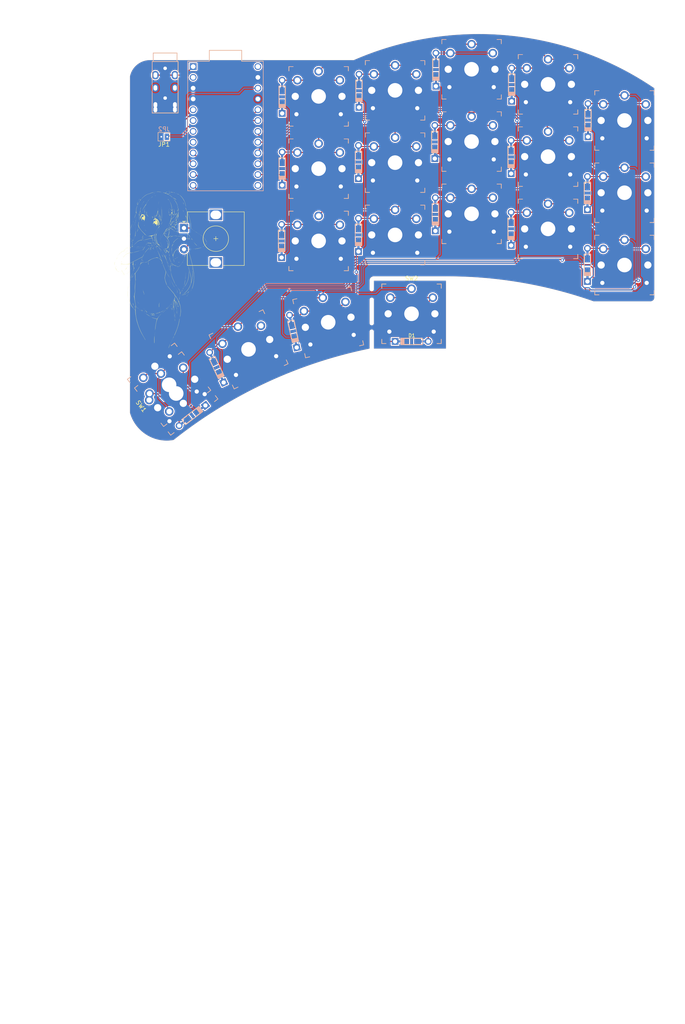
<source format=kicad_pcb>
(kicad_pcb (version 20221018) (generator pcbnew)
  (layers (0 "F.Cu" signal) (31 "B.Cu" signal) (34 "B.Paste" user) (35 "F.Paste" user) (36 "B.SilkS" user "B.Silkscreen") (37 "F.SilkS" user "F.Silkscreen") (38 "B.Mask" user) (39 "F.Mask" user) (44 "Edge.Cuts" user))
  (net 0 "")
  (net 1 "/Col1")
  (net 2 "Net-(D7-Pad2)")
  (net 3 "Net-(D8-Pad2)")
  (net 4 "Net-(D9-Pad2)")
  (net 5 "Net-(D10-Pad2)")
  (net 6 "/Col2")
  (net 7 "Net-(D12-Pad2)")
  (net 8 "Net-(D13-Pad2)")
  (net 9 "Net-(D14-Pad2)")
  (net 10 "Net-(D15-Pad2)")
  (net 11 "/Col3")
  (net 12 "Net-(D17-Pad2)")
  (net 13 "Net-(D18-Pad2)")
  (net 14 "Net-(D19-Pad2)")
  (net 15 "Net-(D20-Pad2)")
  (net 16 "/Col4")
  (net 17 "Net-(D22-Pad2)")
  (net 18 "Net-(D23-Pad2)")
  (net 19 "Net-(D24-Pad2)")
  (net 20 "/Col5")
  (net 21 "Net-(D26-Pad2)")
  (net 22 "Net-(D27-Pad2)")
  (net 23 "Net-(D28-Pad2)")
  (net 24 "/Row1")
  (net 25 "/Row2")
  (net 26 "/Row3")
  (net 27 "/Row4")
  (net 28 "/Serial")
  (net 29 "VCC")
  (net 30 "GND")
  (net 31 "/RotB")
  (net 32 "/RotA")
  (net 33 "Net-(D1-Pad2)")
  (net 34 "Net-(JP1-Pad1)")
  (footprint "Keebio-Parts:Diode-dual" (layer "F.Cu") (at 225.407 62.260328 -90)
    (fp_text reference "D7" hide)
    (fp_text value "1N4148" hide)
  )
  (footprint "Keebio-Parts:Diode-dual" (layer "F.Cu") (at 225.28 79.405328 -90)
    (fp_text reference "D8" hide)
    (fp_text value "1N4148" hide)
  )
  (footprint "Keebio-Parts:Diode-dual" (layer "F.Cu") (at 225.28 96.296328 -90)
    (fp_text reference "D9" hide)
    (fp_text value "1N4148" hide)
  )
  (footprint "Keebio-Parts:Diode-dual" (layer "F.Cu") (at 156 111.916614 -77.5)
    (fp_text reference "D10" hide)
    (fp_text value "1N4148" hide)
  )
  (footprint "Keebio-Parts:Diode-dual" (layer "F.Cu") (at 207.441 53.906998 -90)
    (fp_text reference "D12" hide)
    (fp_text value "1N4148" hide)
  )
  (footprint "Keebio-Parts:Diode-dual" (layer "F.Cu") (at 207.314 70.924998 -90)
    (fp_text reference "D13" hide)
    (fp_text value "1N4148" hide)
  )
  (footprint "Keebio-Parts:Diode-dual" (layer "F.Cu") (at 207.314 87.815998 -90)
    (fp_text reference "D14" hide)
    (fp_text value "1N4148" hide)
  )
  (footprint "Keebio-Parts:Diode-dual" (layer "F.Cu") (at 138 120.41661 -65)
    (fp_text reference "D15" hide)
    (fp_text value "1N4148" hide)
  )
  (footprint "Keebio-Parts:Diode-dual" (layer "F.Cu") (at 189.602 50.370664 -90)
    (fp_text reference "D17" hide)
    (fp_text value "1N4148" hide)
  )
  (footprint "Keebio-Parts:Diode-dual" (layer "F.Cu") (at 189.348 67.388664 -90)
    (fp_text reference "D18" hide)
    (fp_text value "1N4148" hide)
  )
  (footprint "Keebio-Parts:Diode-dual" (layer "F.Cu") (at 189.475 84.406664 -90)
    (fp_text reference "D19" hide)
    (fp_text value "1N4148" hide)
  )
  (footprint "Keebio-Parts:Diode-dual" (layer "F.Cu") (at 132.2578 131.7244 37.5)
    (fp_text reference "D20" hide)
    (fp_text value "1N4148" hide)
  )
  (footprint "Keebio-Parts:Diode-dual" (layer "F.Cu") (at 171.509 55.34333 -90)
    (fp_text reference "D22" hide)
    (fp_text value "1N4148" hide)
  )
  (footprint "Keebio-Parts:Diode-dual" (layer "F.Cu") (at 171.382 72.10733 -90)
    (fp_text reference "D23" hide)
    (fp_text value "1N4148" hide)
  )
  (footprint "Keebio-Parts:Diode-dual" (layer "F.Cu") (at 171.382 89.25233 -90)
    (fp_text reference "D24" hide)
    (fp_text value "1N4148" hide)
  )
  (footprint "Keebio-Parts:Diode-dual" (layer "F.Cu") (at 153.416 56.769 -90)
    (fp_text reference "D26" hide)
    (fp_text value "1N4148" hide)
  )
  (footprint "Keebio-Parts:Diode-dual" (layer "F.Cu") (at 153.416 73.66 -90)
    (fp_text reference "D27" hide)
    (fp_text value "1N4148" hide)
  )
  (footprint "Keebio-Parts:TRRS-PJ-320A" (layer "F.Cu") (at 125.87 48.46898)
    (fp_text reference "J1" hide)
    (fp_text value "AudioJack4" hide)
  )
  (footprint "keyswitches:PG1350_reversible" (layer "F.Cu") (at 234 79.333328 180)
    (fp_text reference "SW8" hide)
    (fp_text value "SW_PUSH")
  )
  (footprint "keyswitches:PG1350_reversible" (layer "F.Cu") (at 234 96.333328 180)
    (fp_text reference "SW9" hide)
    (fp_text value "SW_PUSH")
  )
  (footprint "keyswitches:PG1350_reversible" (layer "F.Cu") (at 216 70.833332 180)
    (fp_text reference "SW13" hide)
    (fp_text value "SW_PUSH")
  )
  (footprint "keyswitches:PG1350_reversible" (layer "F.Cu") (at 216 87.833332 180)
    (fp_text reference "SW14" hide)
    (fp_text value "SW_PUSH")
  )
  (footprint "keyswitches:PG1350_reversible" (layer "F.Cu") (at 145.5 116.166612 -155)
    (fp_text reference "SW15" hide)
    (fp_text value "SW_PUSH")
  )
  (footprint "keyswitches:PG1350_reversible" (layer "F.Cu") (at 128.4732 126.5428 -142.5)
    (fp_text reference "SW20" hide)
    (fp_text value "SW_PUSH")
  )
  (footprint "keyswitches:PG1350_reversible" (layer "F.Cu") (at 180 55.249998 180)
    (fp_text reference "SW22" hide)
    (fp_text value "SW_PUSH")
  )
  (footprint "keyswitches:PG1350_reversible" (layer "F.Cu") (at 180 72.249998 180)
    (fp_text reference "SW23" hide)
    (fp_text value "SW_PUSH")
  )
  (footprint "keyswitches:PG1350_reversible" (layer "F.Cu") (at 180 89.249998 180)
    (fp_text reference "SW24" hide)
    (fp_text value "SW_PUSH")
  )
  (footprint "keyswitches:PG1350_reversible" (layer "F.Cu") (at 162 56.666664 180)
    (fp_text reference "SW26" hide)
    (fp_text value "SW_PUSH")
  )
  (footprint "keyswitches:PG1350_reversible" (layer "F.Cu") (at 162 73.666664 180)
    (fp_text reference "SW27" hide)
    (fp_text value "SW_PUSH")
  )
  (footprint "keyswitches:PG1350_reversible" (layer "F.Cu") (at 162 90.666664 180)
    (fp_text reference "SW28" hide)
    (fp_text value "SW_PUSH")
  )
  (footprint "promicro:ProMicro" (layer "F.Cu") (at 140.081 63.627 -90)
    (fp_text reference "U1" hide)
    (fp_text value "ProMicro")
  )
  (footprint "keyswitches:PG1350_reversible" (layer "F.Cu") (at 234 62.333328 180)
    (fp_text reference "SW7" hide)
    (fp_text value "SW_PUSH")
  )
  (footprint "keyswitches:PG1350_reversible" (layer "F.Cu") (at 216 53.833332 180)
    (fp_text reference "SW12" hide)
    (fp_text value "SW_PUSH")
  )
  (footprint "Keebio-Parts:Diode-dual" (layer "F.Cu") (at 153.289 90.678 -90)
    (fp_text reference "D28" hide)
    (fp_text value "1N4148" hide)
  )
  (footprint "keyswitches:PG1350_reversible" (layer "F.Cu") (at 198 50.291667 180)
    (fp_text reference "SW17" hide)
    (fp_text value "SW_PUSH")
  )
  (footprint "keyswitches:PG1350_reversible" (layer "F.Cu") (at 198 84.291667 180)
    (fp_text reference "SW19" hide)
    (fp_text value "SW_PUSH")
  )
  (footprint "keyswitches:PG1350_reversible" (layer "F.Cu") (at 198 67.291667 180)
    (fp_text reference "SW18" hide)
    (fp_text value "SW_PUSH")
  )
  (footprint "keyswitches:PG1350_reversible" (layer "F.Cu") (at 164.25 109.791615 -167.5)
    (fp_text reference "SW10" hide)
    (fp_text value "SW_PUSH")
  )
  (footprint "keyswitches:PG1350_reversible" (layer "F.Cu") (at 183.868 107.799 180)
    (fp_text reference "SW2")
    (fp_text value "SW_PUSH")
  )
  (footprint "Jumper:SolderJumper-2_P1.3mm_Open_Pad1.0x1.5mm" (layer "F.Cu") (at 125.603 66.167 180)
    (fp_text reference "JP1")
    (fp_text value "JUMPER-PAD-2-NO")
  )
  (footprint "Keebio-Parts:Diode-dual" (layer "F.Cu") (at 183.896 114.3 180)
    (fp_text reference "D1")
    (fp_text value "1N4148" hide)
  )
  (footprint "keyswitches:PG1350_reversible" (layer "F.Cu") (at 126.8 124.5 -52.5)
    (fp_text reference "SW1")
    (fp_text value "SW_PUSH")
  )
  (footprint "Anime_Lib:anime_girl_vertical_2" (layer "F.Cu") (at 124.46 96.52 -20)
    (fp_text reference "")
    (fp_text value "" hide)
  )
  (footprint "Rotary_Encoder:RotaryEncoder_Alps_EC12E_Vertical_H20mm" (layer "F.Cu") (at 130.302 87.63)
    (fp_text reference "EN_1" hide)
    (fp_text value "Rotary_Encoder")
  )
  (footprint "Keebio-Parts:TRRS-PJ-320A" (layer "B.Cu") (at 125.87 48.46898 180)
    (fp_text reference "J2")
    (fp_text value "AudioJack4")
  )
  (footprint "Jumper:SolderJumper-2_P1.3mm_Open_Pad1.0x1.5mm" (layer "B.Cu") (at 125.603 66.167 180)
    (fp_text reference "JP2")
    (fp_text value "JUMPER-PAD-2-NO")
  )
  (gr_line (start 122.4026 48.133) (end 170.2562 48.133) (stroke (width 0.05)) (layer "Edge.Cuts"))
  (gr_line (start 241.0272 103.9622) (end 241.0272 54.737) (stroke (width 0.05)) (layer "Edge.Cuts"))
  (gr_line (start 175 112) (end 175 115.5) (stroke (width 0.05)) (layer "Edge.Cuts"))
  (gr_line (start 175 104.5) (end 175 110) (stroke (width 0.05)) (layer "Edge.Cuts"))
  (gr_arc (start 241.0272 103.9622) (mid 240.759378 104.608778) (end 240.1128 104.8766) (stroke (width 0.05)) (layer "Edge.Cuts"))
  (gr_arc (start 170.2562 48.133) (mid 206.492601 42.316415) (end 241.0272 54.737) (stroke (width 0.05)) (layer "Edge.Cuts"))
  (gr_arc (start 174 112) (mid 174.5 111.5) (end 175 112) (stroke (width 0.05)) (layer "Edge.Cuts"))
  (gr_arc (start 174 100) (mid 174.292893 99.292893) (end 175 99) (stroke (width 0.05)) (layer "Edge.Cuts"))
  (gr_line (start 174 102) (end 174 100) (stroke (width 0.05)) (layer "Edge.Cuts"))
  (gr_line (start 192 116) (end 192 114) (stroke (width 0.05)) (layer "Edge.Cuts"))
  (gr_arc (start 175 110) (mid 174.5 110.5) (end 174 110) (stroke (width 0.05)) (layer "Edge.Cuts"))
  (gr_arc (start 175 102) (mid 174.5 102.5) (end 174 102) (stroke (width 0.05)) (layer "Edge.Cuts"))
  (gr_line (start 175 115.5) (end 175 116) (stroke (width 0.05)) (layer "Edge.Cuts"))
  (gr_line (start 192 114) (end 192 100) (stroke (width 0.05)) (layer "Edge.Cuts"))
  (gr_arc (start 191.5 99) (mid 209.364136 100.41638) (end 226.7204 104.8766) (stroke (width 0.05)) (layer "Edge.Cuts"))
  (gr_line (start 240.1128 104.8766) (end 226.7204 104.8766) (stroke (width 0.05)) (layer "Edge.Cuts"))
  (gr_line (start 174 116) (end 174 112) (stroke (width 0.05)) (layer "Edge.Cuts"))
  (gr_line (start 192 100) (end 175 100) (stroke (width 0.05)) (layer "Edge.Cuts"))
  (gr_arc (start 127.8636 137.4902) (mid 121.475942 136.268493) (end 117.5762 131.064) (stroke (width 0.05)) (layer "Edge.Cuts"))
  (gr_line (start 117.5762 52) (end 117.5762 120.8024) (stroke (width 0.05)) (layer "Edge.Cuts"))
  (gr_line (start 175 100) (end 175 102) (stroke (width 0.05)) (layer "Edge.Cuts"))
  (gr_line (start 174 104.5) (end 174 110) (stroke (width 0.05)) (layer "Edge.Cuts"))
  (gr_line (start 175 99) (end 191.5 99) (stroke (width 0.05)) (layer "Edge.Cuts"))
  (gr_line (start 117.5762 120.8024) (end 117.5762 131.064) (stroke (width 0.05)) (layer "Edge.Cuts"))
  (gr_arc (start 127.8636 137.4902) (mid 149.663717 124.022707) (end 174 116) (stroke (width 0.05)) (layer "Edge.Cuts"))
  (gr_arc (start 174 104.5) (mid 174.5 104) (end 175 104.5) (stroke (width 0.05)) (layer "Edge.Cuts"))
  (gr_arc (start 117.576199 52) (mid 119.284797 49.187086) (end 122.4026 48.133) (stroke (width 0.05)) (layer "Edge.Cuts"))
  (gr_line (start 175 116) (end 192 116) (stroke (width 0.05)) (layer "Edge.Cuts"))
  (segment (start 153.41177 64.897692) (end 151.321982 66.98748) (width 0.25) (layer "F.Cu") (net 1))
  (segment (start 209.423 62.103) (end 206.813136 59.493136) (width 0.25) (layer "F.Cu") (net 1))
  (segment (start 149.15648 66.98748) (end 147.701 65.532) (width 0.25) (layer "F.Cu") (net 1))
  (segment (start 222.758718 62.103) (end 209.423 62.103) (width 0.25) (layer "F.Cu") (net 1))
  (segment (start 147.701 65.532) (end 147.701 64.897) (width 0.25) (layer "F.Cu") (net 1))
  (segment (start 189.045864 59.493136) (end 187.579 60.96) (width 0.25) (layer "F.Cu") (net 1))
  (segment (start 224.316046 63.660328) (end 222.758718 62.103) (width 0.25) (layer "F.Cu") (net 1))
  (segment (start 170.30841 60.96) (end 168.9694 62.29901) (width 0.25) (layer "F.Cu") (net 1))
  (segment (start 168.9694 62.29901) (end 156.00976 62.29901) (width 0.25) (layer "F.Cu") (net 1))
  (segment (start 225.407 63.660328) (end 224.316046 63.660328) (width 0.25) (layer "F.Cu") (net 1))
  (segment (start 151.321982 66.98748) (end 149.15648 66.98748) (width 0.25) (layer "F.Cu") (net 1))
  (segment (start 206.813136 59.493136) (end 189.045864 59.493136) (width 0.25) (layer "F.Cu") (net 1))
  (segment (start 187.579 60.96) (end 170.30841 60.96) (width 0.25) (layer "F.Cu") (net 1))
  (segment (start 156.00976 62.29901) (end 153.41177 64.897) (width 0.25) (layer "F.Cu") (net 1))
  (segment (start 153.41177 64.897) (end 153.41177 64.897692) (width 0.25) (layer "F.Cu") (net 1))
  (segment (start 173.59728 95.90272) (end 172.5 97) (width 0.25) (layer "B.Cu") (net 1))
  (segment (start 226.695 81.890328) (end 225.28 83.305328) (width 0.25) (layer "B.Cu") (net 1))
  (segment (start 153.5 104) (end 153.5 112.5) (width 0.25) (layer "B.Cu") (net 1))
  (segment (start 172.5 97) (end 172.5 100.635717) (width 0.25) (layer "B.Cu") (net 1))
  (segment (start 225.407 64.760328) (end 226.050328 64.760328) (width 0.25) (layer "B.Cu") (net 1))
  (segment (start 224.2566 95.9612) (end 224.2566 95.0722) (width 0.25) (layer "B.Cu") (net 1))
  (segment (start 157.324946 116.205) (end 156.844114 115.724168) (width 0.25) (layer "B.Cu") (net 1))
  (segment (start 226.695 98.781328) (end 225.28 100.196328) (width 0.25) (layer "B.Cu") (net 1))
  (segment (start 208.085198 95.90272) (end 173.59728 95.90272) (width 0.25) (layer "B.Cu") (net 1))
  (segment (start 154.283428 113.283428) (end 156.303015 113.283428) (width 0.25) (layer "B.Cu") (net 1))
  (segment (start 226.695 93.853) (end 226.695 95.53035) (width 0.25) (layer "B.Cu") (net 1))
  (segment (start 209.550718 94.4372) (end 208.085198 95.90272) (width 0.25) (layer "B.Cu") (net 1))
  (segment (start 224.663 96.3676) (end 224.2566 95.9612) (width 0.25) (layer "B.Cu") (net 1))
  (segment (start 226.695 80.518) (end 226.695 81.890328) (width 0.25) (layer "B.Cu") (net 1))
  (segment (start 171.135717 102) (end 155.5 102) (width 0.25) (layer "B.Cu") (net 1))
  (segment (start 226.695 93.853) (end 226.695 98.781328) (width 0.25) (layer "B.Cu") (net 1))
  (segment (start 226.695 80.518) (end 226.695 93.853) (width 0.25) (layer "B.Cu") (net 1))
  (segment (start 224.2566 95.0722) (end 223.6216 94.4372) (width 0.25) (layer "B.Cu") (net 1))
  (segment (start 153.5 112.5) (end 154.283428 113.283428) (width 0.25) (layer "B.Cu") (net 1))
  (segment (start 226.695 95.53035) (end 225.85775 96.3676) (width 0.25) (layer "B.Cu") (net 1))
  (segment (start 223.6216 94.4372) (end 209.550718 94.4372) (width 0.25) (layer "B.Cu") (net 1))
  (segment (start 225.85775 96.3676) (end 224.663 96.3676) (width 0.25) (layer "B.Cu") (net 1))
  (segment (start 226.695 65.405) (end 226.695 80.518) (width 0.25) (layer "B.Cu") (net 1))
  (segment (start 155.5 102) (end 153.5 104) (width 0.25) (layer "B.Cu") (net 1))
  (segment (start 172.5 100.635717) (end 171.135717 102) (width 0.25) (layer "B.Cu") (net 1))
  (segment (start 226.050328 64.760328) (end 226.695 65.405) (width 0.25) (layer "B.Cu") (net 1))
  (segment (start 225.407 58.360328) (end 228.827 58.360328) (width 0.25) (layer "F.Cu") (net 2))
  (segment (start 228.827 58.360328) (end 229 58.533328) (width 0.25) (layer "F.Cu") (net 2))
  (segment (start 225.407 58.360328) (end 238.827 58.360328) (width 0.25) (layer "F.Cu") (net 2))
  (segment (start 238.827 58.360328) (end 239 58.533328) (width 0.25) (layer "F.Cu") (net 2))
  (segment (start 239 75.533328) (end 225.308 75.533328) (width 0.25) (layer "F.Cu") (net 3))
  (segment (start 225.308 75.533328) (end 225.28 75.505328) (width 0.25) (layer "F.Cu") (net 3))
  (segment (start 225.28 92.396328) (end 228.863 92.396328) (width 0.25) (layer "F.Cu") (net 4))
  (segment (start 228.863 92.396328) (end 229 92.533328) (width 0.25) (layer "F.Cu") (net 4))
  (segment (start 229 92.533328) (end 239 92.533328) (width 0.25) (layer "F.Cu") (net 4))
  (segment (start 155.155886 108.10906) (end 157.600877 108.10906) (width 0.25) (layer "F.Cu") (net 5))
  (segment (start 157.600877 108.10906) (end 158.546049 107.163888) (width 0.25) (layer "F.Cu") (net 5))
  (segment (start 158.546049 107.163888) (end 166.144614 107.163888) (width 0.25) (layer "F.Cu") (net 5))
  (segment (start 166.144614 107.163888) (end 168.30901 104.999492) (width 0.25) (layer "F.Cu") (net 5))
  (segment (start 189.232754 59.942656) (end 187.765401 61.410009) (width 0.25) (layer "F.Cu") (net 6))
  (segment (start 208.656347 62.361653) (end 208.656347 61.972757) (width 0.25) (layer "F.Cu") (net 6))
  (segment (start 187.765401 61.410009) (end 170.49481 61.41001) (width 0.25) (layer "F.Cu") (net 6))
  (segment (start 151.50818 67.437) (end 147.701 67.437) (width 0.25) (layer "F.Cu") (net 6))
  (segment (start 208.656347 61.972757) (end 206.626246 59.942656) (width 0.25) (layer "F.Cu") (net 6))
  (segment (start 170.49481 61.41001) (end 169.155801 62.749019) (width 0.25) (layer "F.Cu") (net 6))
  (segment (start 169.155801 62.749019) (end 156.19616 62.74902) (width 0.25) (layer "F.Cu") (net 6))
  (segment (start 156.19616 62.74902) (end 151.50818 67.437) (width 0.25) (layer "F.Cu") (net 6))
  (segment (start 206.626246 59.942656) (end 189.232754 59.942656) (width 0.25) (layer "F.Cu") (net 6))
  (via (at 208.656347 62.361653) (size 0.8) (drill 0.4) (layers "F.Cu" "B.Cu") (net 6))
  (segment (start 149.15691 102.1775) (end 148.324005 103.010405) (width 0.25) (layer "B.Cu") (net 6))
  (segment (start 208.788 57.15) (end 208.788 63.329637) (width 0.25) (layer "B.Cu") (net 6))
  (segment (start 138.021511 113.312899) (end 148.324005 103.010405) (width 0.25) (layer "B.Cu") (net 6))
  (segment (start 208.788 94.5642) (end 207.899 95.4532) (width 0.25) (layer "B.Cu") (net 6))
  (segment (start 173.411082 95.4532) (end 172.05048 96.813803) (width 0.25) (layer "B.Cu") (net 6))
  (segment (start 138.021511 115.479415) (end 138.021511 113.312899) (width 0.25) (layer "B.Cu") (net 6))
  (segment (start 139.056546 122.682379) (end 139.056546 116.51445) (width 0.25) (layer "B.Cu") (net 6))
  (segment (start 208.788 89.789) (end 208.788 94.5642) (width 0.25) (layer "B.Cu") (net 6))
  (segment (start 208.788 73.350998) (end 207.314 74.824998) (width 0.25) (layer "B.Cu") (net 6))
  (segment (start 172.05048 96.813803) (end 172.05048 100.44952) (width 0.25) (layer "B.Cu") (net 6))
  (segment (start 208.788 72.517) (end 208.788 89.789) (width 0.25) (layer "B.Cu") (net 6))
  (segment (start 208.788 63.329637) (end 208.788 72.517) (width 0.25) (layer "B.Cu") (net 6))
  (segment (start 149.83441 101.5) (end 148.324005 103.010405) (width 0.25) (layer "B.Cu") (net 6))
  (segment (start 208.044998 56.406998) (end 208.788 57.15) (width 0.25) (layer "B.Cu") (net 6))
  (segment (start 172.05048 100.44952) (end 171 101.5) (width 0.25) (layer "B.Cu") (net 6))
  (segment (start 208.788 72.517) (end 208.788 73.350998) (width 0.25) (layer "B.Cu") (net 6))
  (segment (start 208.788 89.789) (end 208.788 90.043) (width 0.25) (layer "B.Cu") (net 6))
  (segment (start 208.788 90.043) (end 208.788 90.241998) (width 0.25) (layer "B.Cu") (net 6))
  (segment (start 207.441 56.406998) (end 208.044998 56.406998) (width 0.25) (layer "B.Cu") (net 6))
  (segment (start 139.056546 116.51445) (end 138.021511 115.479415) (width 0.25) (layer "B.Cu") (net 6))
  (segment (start 208.788 90.241998) (end 207.314 91.715998) (width 0.25) (layer "B.Cu") (net 6))
  (segment (start 208.788 63.329637) (end 208.788 62.493306) (width 0.25) (layer "B.Cu") (net 6))
  (segment (start 171 101.5) (end 149.83441 101.5) (width 0.25) (layer "B.Cu") (net 6))
  (segment (start 207.899 95.4532) (end 173.411082 95.4532) (width 0.25) (layer "B.Cu") (net 6))
  (segment (start 208.788 62.493306) (end 208.656347 62.361653) (width 0.25) (layer "B.Cu") (net 6))
  (segment (start 220.973666 50.006998) (end 221 50.033332) (width 0.25) (layer "F.Cu") (net 7))
  (segment (start 207.441 50.006998) (end 220.973666 50.006998) (width 0.25) (layer "F.Cu") (net 7))
  (segment (start 207.441 51.406998) (end 207.441 50.006998) (width 0.25) (layer "F.Cu") (net 7))
  (segment (start 211 67.033332) (end 207.322334 67.033332) (width 0.25) (layer "F.Cu") (net 8))
  (segment (start 221 67.033332) (end 211 67.033332) (width 0.25) (layer "F.Cu") (net 8))
  (segment (start 207.322334 67.033332) (end 207.314 67.024998) (width 0.25) (layer "F.Cu") (net 8))
  (segment (start 207.314 85.315998) (end 207.314 83.915998) (width 0.25) (layer "F.Cu") (net 9))
  (segment (start 220.882666 83.915998) (end 221 84.033332) (width 0.25) (layer "F.Cu") (net 9))
  (segment (start 207.314 83.915998) (end 220.882666 83.915998) (width 0.25) (layer "F.Cu") (net 9))
  (segment (start 138.398065 114.835734) (end 139.362512 114.835734) (width 0.25) (layer "F.Cu") (net 10))
  (segment (start 145.215406 113.819735) (end 148.42559 110.609551) (width 0.25) (layer "F.Cu") (net 10))
  (segment (start 140.378511 113.819735) (end 145.215406 113.819735) (width 0.25) (layer "F.Cu") (net 10))
  (segment (start 139.362512 114.835734) (end 140.378511 113.819735) (width 0.25) (layer "F.Cu") (net 10))
  (segment (start 136.351789 116.88201) (end 138.398065 114.835734) (width 0.25) (layer "F.Cu") (net 10))
  (segment (start 151.69507 67.88652) (end 149.13108 67.88652) (width 0.25) (layer "F.Cu") (net 11))
  (segment (start 190.352009 60.392176) (end 189.420336 60.392176) (width 0.25) (layer "F.Cu") (net 11))
  (segment (start 189.420336 60.392176) (end 187.952494 61.860018) (width 0.25) (layer "F.Cu") (net 11))
  (segment (start 148.0566 68.961) (end 148.0566 69.6214) (width 0.25) (layer "F.Cu") (net 11))
  (segment (start 169.083972 63.199028) (end 169.08397 63.19903) (width 0.25) (layer "F.Cu") (net 11))
  (segment (start 148.0566 69.6214) (end 147.701 69.977) (width 0.25) (layer "F.Cu") (net 11))
  (segment (start 169.342202 63.199028) (end 169.083972 63.199028) (width 0.25) (layer "F.Cu") (net 11))
  (segment (start 190.627 60.667167) (end 190.352009 60.392176) (width 0.25) (layer "F.Cu") (net 11))
  (segment (start 156.38256 63.19903) (end 151.69507 67.88652) (width 0.25) (layer "F.Cu") (net 11))
  (segment (start 170.681212 61.860018) (end 169.342202 63.199028) (width 0.25) (layer "F.Cu") (net 11))
  (segment (start 149.13108 67.88652) (end 148.0566 68.961) (width 0.25) (layer "F.Cu") (net 11))
  (segment (start 169.08397 63.19903) (end 156.38256 63.19903) (width 0.25) (layer "F.Cu") (net 11))
  (segment (start 187.952494 61.860018) (end 170.681212 61.860018) (width 0.25) (layer "F.Cu") (net 11))
  (via (at 190.627 60.667167) (size 0.8) (drill 0.4) (layers "F.Cu" "B.Cu") (net 11))
  (segment (start 148.599 102.099) (end 149.698 101) (width 0.25) (layer "B.Cu") (net 11))
  (segment (start 148.971 101.727) (end 148.599 102.099) (width 0.25) (layer "B.Cu") (net 11))
  (segment (start 170.864282 101) (end 171.60096 100.263322) (width 0.25) (layer "B.Cu") (net 11))
  (segment (start 149.698 101) (end 170.864282 101) (width 0.25) (layer "B.Cu") (net 11))
  (segment (start 190.627 71.167664) (end 189.348 69.888664) (width 0.25) (layer "B.Cu") (net 11))
  (segment (start 148.599 102.099) (end 131.6 119.098) (width 0.25) (layer "B.Cu") (net 11))
  (segment (start 190.287664 54.270664) (end 190.627 54.61) (width 0.25) (layer "B.Cu") (net 11))
  (segment (start 190.627 59.817) (end 190.627 71.628) (width 0.25) (layer "B.Cu") (net 11))
  (segment (start 171.60096 100.263322) (end 171.60096 96.627605) (width 0.25) (layer "B.Cu") (net 11))
  (segment (start 131.6 122.5) (end 131.4704 122.6296) (width 0.25) (layer "B.Cu") (net 11))
  (segment (start 190.627 54.61) (end 190.627 59.817) (width 0.25) (layer "B.Cu") (net 11))
  (segment (start 190.627 87.154664) (end 189.475 88.306664) (width 0.25) (layer "B.Cu") (net 11))
  (segment (start 173.228565 95) (end 189.5 95) (width 0.25) (layer "B.Cu") (net 11))
  (segment (start 131.4704 122.6296) (end 131.4704 128.974039) (width 0.25) (layer "B.Cu") (net 11))
  (segment (start 189.602 54.270664) (end 190.287664 54.270664) (width 0.25) (layer "B.Cu") (net 11))
  (segment (start 190.627 71.628) (end 190.627 87.154664) (width 0.25) (layer "B.Cu") (net 11))
  (segment (start 171.60096 96.627605) (end 173.228565 95) (width 0.25) (layer "B.Cu") (net 11))
  (segment (start 190.627 71.628) (end 190.627 71.167664) (width 0.25) (layer "B.Cu") (net 11))
  (segment (start 131.4704 128.974039) (end 133.368495 130.872134) (width 0.25) (layer "B.Cu") (net 11))
  (segment (start 190.627 93.873) (end 190.627 87.154664) (width 0.25) (layer "B.Cu") (net 11))
  (segment (start 189.5 95) (end 190.627 93.873) (width 0.25) (layer "B.Cu") (net 11))
  (segment (start 131.6 119.098) (end 131.6 122.5) (width 0.25) (layer "B.Cu") (net 11))
  (segment (start 192.978997 46.470664) (end 193 46.491667) (width 0.25) (layer "F.Cu") (net 12))
  (segment (start 192.978997 46.470664) (end 193 46.491667) (width 0.25) (layer "B.Cu") (net 12))
  (segment (start 193 46.491667) (end 203 46.491667) (width 0.25) (layer "B.Cu") (net 12))
  (segment (start 189.602 46.470664) (end 192.978997 46.470664) (width 0.25) (layer "B.Cu") (net 12))
  (segment (start 192.996997 63.488664) (end 193 63.491667) (width 0.25) (layer "F.Cu") (net 13))
  (segment (start 189.348 63.488664) (end 192.996997 63.488664) (width 0.25) (layer "F.Cu") (net 13))
  (segment (start 203 63.491667) (end 193 63.491667) (width 0.25) (layer "F.Cu") (net 13))
  (segment (start 189.475 80.506664) (end 202.985003 80.506664) (width 0.25) (layer "F.Cu") (net 14))
  (segment (start 202.985003 80.506664) (end 203 80.491667) (width 0.25) (layer "F.Cu") (net 14))
  (segment (start 124.031864 126.571864) (end 125.66 128.2) (width 0.25) (layer "F.Cu") (net 15))
  (segment (start 129.163722 131.063722) (end 129.163722 134.09857) (width 0.25) (layer "F.Cu") (net 15))
  (segment (start 131.147105 130.252895) (end 131.147105 132.576666) (width 0.25) (layer "F.Cu") (net 15))
  (segment (start 132.3 126.1) (end 132.3 129.1) (width 0.25) (layer "F.Cu") (net 15))
  (segment (start 122.19314 126.571864) (end 124.031864 126.571864) (width 0.25) (layer "F.Cu") (net 15))
  (segment (start 130.126673 120.48425) (end 130.126673 123.926673) (width 0.25) (layer "F.Cu") (net 15))
  (segment (start 130.126673 123.926673) (end 132.3 126.1) (width 0.25) (layer "F.Cu") (net 15))
  (segment (start 122.19314 128.017767) (end 122.119215 128.091692) (width 0.25) (layer "F.Cu") (net 15))
  (segment (start 121.426488 126.571864) (end 122.19314 126.571864) (width 0.25) (layer "F.Cu") (net 15))
  (segment (start 122.19314 126.571864) (end 122.19314 128.017767) (width 0.25) (layer "F.Cu") (net 15))
  (segment (start 132.3 129.1) (end 131.147105 130.252895) (width 0.25) (layer "F.Cu") (net 15))
  (segment (start 126.3 128.2) (end 129.163722 131.063722) (width 0.25) (layer "F.Cu") (net 15))
  (segment (start 125.66 128.2) (end 126.3 128.2) (width 0.25) (layer "F.Cu") (net 15))
  (segment (start 171 109) (end 173 111) (width 0.25) (layer "F.Cu") (net 16))
  (segment (start 173 111) (end 175.5 111) (width 0.25) (layer "F.Cu") (net 16))
  (segment (start 148.971359 68.681959) (end 148.971359 71.246641) (width 0.25) (layer "F.Cu") (net 16))
  (segment (start 170.867612 62.310028) (end 172.546028 62.310028) (width 0.25) (layer "F.Cu") (net 16))
  (segment (start 148.971359 71.246641) (end 147.701 72.517) (width 0.25) (layer "F.Cu") (net 16))
  (segment (start 149.301918 68.3514) (end 148.971359 68.681959) (width 0.25) (layer "F.Cu") (net 16))
  (segment (start 172.546028 62.310028) (end 172.847 62.611) (width 0.25) (layer "F.Cu") (net 16))
  (segment (start 170.87646 98) (end 171 98.12354) (width 0.25) (layer "F.Cu") (net 16))
  (segment (start 169.5286 63.64904) (end 170.867612 62.310028) (width 0.25) (layer "F.Cu") (net 16))
  (segment (start 171 98.12354) (end 171 109) (width 0.25) (layer "F.Cu") (net 16))
  (segment (start 168.04304 63.64904) (end 169.291 63.64904) (width 0.25) (layer "F.Cu") (net 16))
  (segment (start 168.04304 63.64904) (end 169.5286 63.64904) (width 0.25) (layer "F.Cu") (net 16))
  (segment (start 169.291 63.64904) (end 169.44004 63.64904) (width 0.25) (layer "F.Cu") (net 16))
  (segment (start 175.5 111) (end 178.8 114.3) (width 0.25) (layer "F.Cu") (net 16))
  (segment (start 156.56896 63.64904) (end 151.8666 68.3514) (width 0.25) (layer "F.Cu") (net 16))
  (segment (start 151.8666 68.3514) (end 149.301918 68.3514) (width 0.25) (layer "F.Cu") (net 16))
  (segment (start 178.8 114.3) (end 179.996 114.3) (width 0.25) (layer "F.Cu") (net 16))
  (segment (start 168.04304 63.64904) (end 156.56896 63.64904) (width 0.25) (layer "F.Cu") (net 16))
  (via (at 170.87646 98) (size 0.8) (drill 0.4) (layers "F.Cu" "B.Cu") (net 16))
  (via (at 172.847 62.611) (size 0.8) (drill 0.4) (layers "F.Cu" "B.Cu") (net 16))
  (segment (start 172.847 62.611) (end 172.847 64.262) (width 0.25) (layer "B.Cu") (net 16))
  (segment (start 172.847 91.68733) (end 171.382 93.15233) (width 0.25) (layer "B.Cu") (net 16))
  (segment (start 171.34767 93.15233) (end 170.87646 93.62354) (width 0.25) (layer "B.Cu") (net 16))
  (segment (start 170.87646 93.62354) (end 170.87646 98) (width 0.25) (layer "B.Cu") (net 16))
  (segment (start 172.847 74.54233) (end 172.847 91.68733) (width 0.25) (layer "B.Cu") (net 16))
  (segment (start 172.847 64.262) (end 172.847 74.54233) (width 0.25) (layer "B.Cu") (net 16))
  (segment (start 172.847 58.293) (end 172.847 62.611) (width 0.25) (layer "B.Cu") (net 16))
  (segment (start 172.847 74.54233) (end 171.382 76.00733) (width 0.25) (layer "B.Cu") (net 16))
  (segment (start 172.39733 57.84333) (end 172.847 58.293) (width 0.25) (layer "B.Cu") (net 16))
  (segment (start 171.382 93.15233) (end 171.34767 93.15233) (width 0.25) (layer "B.Cu") (net 16))
  (segment (start 171.509 57.84333) (end 172.39733 57.84333) (width 0.25) (layer "B.Cu") (net 16))
  (segment (start 171.509 51.44333) (end 184.993332 51.44333) (width 0.25) (layer "F.Cu") (net 17))
  (segment (start 184.993332 51.44333) (end 185 51.449998) (width 0.25) (layer "F.Cu") (net 17))
  (segment (start 185 68.449998) (end 175 68.449998) (width 0.25) (layer "F.Cu") (net 18))
  (segment (start 171.624668 68.449998) (end 171.382 68.20733) (width 0.25) (layer "F.Cu") (net 18))
  (segment (start 175 68.449998) (end 171.624668 68.449998) (width 0.25) (layer "F.Cu") (net 18))
  (segment (start 184.902332 85.35233) (end 185 85.449998) (width 0.25) (layer "F.Cu") (net 19))
  (segment (start 171.382 85.35233) (end 184.902332 85.35233) (width 0.25) (layer "F.Cu") (net 19))
  (segment (start 147.701 75.057) (end 153.413 75.057) (width 0.25) (layer "F.Cu") (net 20))
  (segment (start 153.413 75.057) (end 153.416 75.06) (width 0.25) (layer "F.Cu") (net 20))
  (segment (start 153.416 59.269) (end 154.265 59.269) (width 0.25) (layer "B.Cu") (net 20))
  (segment (start 154.813 93.054) (end 153.289 94.578) (width 0.25) (layer "B.Cu") (net 20))
  (segment (start 154.813 76.835) (end 154.813 76.457) (width 0.25) (layer "B.Cu") (net 20))
  (segment (start 154.265 59.269) (end 154.813 59.817) (width 0.25) (layer "B.Cu") (net 20))
  (segment (start 154.813 76.457) (end 153.416 75.06) (width 0.25) (layer "B.Cu") (net 20))
  (segment (start 154.813 76.835) (end 154.813 93.054) (width 0.25) (layer "B.Cu") (net 20))
  (segment (start 154.813 59.817) (end 154.813 76.835) (width 0.25) (layer "B.Cu") (net 20))
  (segment (start 157 52.866664) (end 167 52.866664) (width 0.25) (layer "F.Cu") (net 21))
  (segment (start 153.416 52.869) (end 156.997664 52.869) (width 0.25) (layer "F.Cu") (net 21))
  (segment (start 156.997664 52.869) (end 157 52.866664) (width 0.25) (layer "F.Cu") (net 21))
  (segment (start 157 69.866664) (end 167 69.866664) (width 0.25) (layer "F.Cu") (net 22))
  (segment (start 156.893336 69.76) (end 157 69.866664) (width 0.25) (layer "F.Cu") (net 22))
  (segment (start 153.416 69.76) (end 156.893336 69.76) (width 0.25) (layer "F.Cu") (net 22))
  (segment (start 153.416 71.16) (end 153.416 69.76) (width 0.25) (layer "F.Cu") (net 22))
  (segment (start 166.911336 86.778) (end 167 86.866664) (width 0.25) (layer "F.Cu") (net 23))
  (segment (start 153.289 86.778) (end 166.911336 86.778) (width 0.25) (layer "F.Cu") (net 23))
  (segment (start 190.456686 50.165) (end 190.9064 49.715286) (width 0.25) (layer "F.Cu") (net 24))
  (segment (start 223.393 48.8188) (end 223.393 55.7784) (width 0.25) (layer "F.Cu") (net 24))
  (segment (start 169.252909 99.475655) (end 169.252909 96.475656) (width 0.25) (layer "F.Cu") (net 24))
  (segment (start 198 44.391667) (end 204.868867 44.391667) (width 0.25) (layer "F.Cu") (net 24))
  (segment (start 135.5 100.82028) (end 167.892924 100.82028) (width 0.25) (layer "F.Cu") (net 24))
  (segment (start 214.396268 46.3296) (end 216 47.933332) (width 0.25) (layer "F.Cu") (net 24))
  (segment (start 224.0026 56.388) (end 233.954672 56.388) (width 0.25) (layer "F.Cu") (net 24))
  (segment (start 169.252909 96.475656) (end 170.757964 94.9706) (width 0.25) (layer "F.Cu") (net 24))
  (segment (start 219.1633 94.9706) (end 219.3544 95.1617) (width 0.25) (layer "F.Cu") (net 24))
  (segment (start 170.757964 94.9706) (end 217.7796 94.9706) (width 0.25) (layer "F.Cu") (net 24))
  (segment (start 217.7796 94.9706) (end 217.984236 94.9706) (width 0.25) (layer "F.Cu") (net 24))
  (segment (start 131.335999 69.511701) (end 131.995211 68.852489) (width 0.25) (layer "F.Cu") (net 24))
  (segment (start 222.507532 47.933332) (end 223.393 48.8188) (width 0.25) (layer "F.Cu") (net 24))
  (segment (start 133.063689 68.852489) (end 134.51072 70.29952) (width 0.25) (layer "F.Cu") (net 24))
  (segment (start 131.335999 71.391999) (end 131.335999 69.511701) (width 0.25) (layer "F.Cu") (net 24))
  (segment (start 167.900604 100.82796) (end 169.252909 99.475655) (width 0.25) (layer "F.Cu") (net 24))
  (segment (start 190.9064 49.715286) (end 190.9064 45.0088) (width 0.25) (layer "F.Cu") (net 24))
  (segment (start 216 47.933332) (end 222.507532 47.933332) (width 0.25) (layer "F.Cu") (net 24))
  (segment (start 135.49232 100.8126) (end 135.5 100.82028) (width 0.25) (layer "F.Cu") (net 24))
  (segment (start 187.932312 49.349998) (end 188.747314 50.165) (width 0.25) (layer "F.Cu") (net 24))
  (segment (start 131.995211 68.852489) (end 133.063689 68.852489) (width 0.25) (layer "F.Cu") (net 24))
  (segment (start 135.382 100.8126) (end 135.49232 100.8126) (width 0.25) (layer "F.Cu") (net 24))
  (segment (start 180 49.349998) (end 187.932312 49.349998) (width 0.25) (layer "F.Cu") (net 24))
  (segment (start 233.954672 56.388) (end 234 56.433328) (width 0.25) (layer "F.Cu") (net 24))
  (segment (start 134.51072 99.94132) (end 135.382 100.8126) (width 0.25) (layer "F.Cu") (net 24))
  (segment (start 167.892924 100.82028) (end 167.900604 100.82796) (width 0.25) (layer "F.Cu") (net 24))
  (segment (start 188.747314 50.165) (end 190.456686 50.165) (width 0.25) (layer "F.Cu") (net 24))
  (segment (start 223.393 55.7784) (end 224.0026 56.388) (width 0.25) (layer "F.Cu") (net 24))
  (segment (start 180 49.349998) (end 163.416666 49.349998) (width 0.25) (layer "F.Cu") (net 24))
  (segment (start 132.461 72.517) (end 131.335999 71.391999) (width 0.25) (layer "F.Cu") (net 24))
  (segment (start 217.7796 94.9706) (end 219.1633 94.9706) (width 0.25) (layer "F.Cu") (net 24))
  (segment (start 134.51072 70.29952) (end 134.51072 99.94132) (width 0.25) (layer "F.Cu") (net 24))
  (segment (start 204.868867 44.391667) (end 206.8068 46.3296) (width 0.25) (layer "F.Cu") (net 24))
  (segment (start 163.416666 49.349998) (end 162 50.766664) (width 0.25) (layer "F.Cu") (net 24))
  (segment (start 191.523533 44.391667) (end 198 44.391667) (width 0.25) (layer "F.Cu") (net 24))
  (segment (start 206.8068 46.3296) (end 214.396268 46.3296) (width 0.25) (layer "F.Cu") (net 24))
  (segment (start 190.9064 45.0088) (end 191.523533 44.391667) (width 0.25) (layer "F.Cu") (net 24))
  (via (at 219.3544 95.1617) (size 0.8) (drill 0.4) (layers "F.Cu" "B.Cu") (net 24))
  (segment (start 224.155 97.282) (end 224.155 101.32035) (width 0.25) (layer "B.Cu") (net 24))
  (segment (start 223.80708 96.93408) (end 224.155 97.282) (width 0.25) (layer "B.Cu") (net 24))
  (segment (start 237.42384 97.7646) (end 237.43152 97.75692) (width 0.25) (layer "B.Cu") (net 24))
  (segment (start 219.62938 94.88672) (end 223.23292 94.88672) (width 0.25) (layer "B.Cu") (net 24))
  (segment (start 237.973811 100.912989) (end 237.973811 99.609971) (width 0.25) (layer "B.Cu") (net 24))
  (segment (start 236.689289 102.197511) (end 237.973811 100.912989) (width 0.25) (layer "B.Cu") (net 24))
  (segment (start 237.973811 99.609971) (end 237.42384 99.06) (width 0.25) (layer "B.Cu") (net 24))
  (segment (start 224.51085 101.6762) (end 225.6536 101.6762) (width 0.25) (layer "B.Cu") (net 24))
  (segment (start 223.80708 95.46088) (end 223.80708 96.93408) (width 0.25) (layer "B.Cu") (net 24))
  (segment (start 225.6536 101.6762) (end 226.174911 102.197511) (width 0.25) (layer "B.Cu") (net 24))
  (segment (start 224.155 101.32035) (end 224.51085 101.6762) (width 0.25) (layer "B.Cu") (net 24))
  (segment (start 219.3544 95.1617) (end 219.62938 94.88672) (width 0.25) (layer "B.Cu") (net 24))
  (segment (start 223.23292 94.88672) (end 223.80708 95.46088) (width 0.25) (layer "B.Cu") (net 24))
  (segment (start 237.43152 97.75692) (end 237.43152 57.29472) (width 0.25) (layer "B.Cu") (net 24))
  (segment (start 226.174911 102.197511) (end 236.689289 102.197511) (width 0.25) (layer "B.Cu") (net 24))
  (segment (start 237.42384 99.06) (end 237.42384 97.7646) (width 0.25) (layer "B.Cu") (net 24))
  (segment (start 236.570128 56.433328) (end 234 56.433328) (width 0.25) (layer "B.Cu") (net 24))
  (segment (start 237.43152 57.29472) (end 236.570128 56.433328) (width 0.25) (layer "B.Cu") (net 24))
  (segment (start 218.603566 95.43548) (end 170.928802 95.43548) (width 0.25) (layer "F.Cu") (net 25))
  (segment (start 207.899 62.0776) (end 207.899 62.677308) (width 0.25) (layer "F.Cu") (net 25))
  (segment (start 134.0612 71.5772) (end 132.461 69.977) (width 0.25) (layer "F.Cu") (net 25))
  (segment (start 162 67.766664) (end 162 64.7204) (width 0.25) (layer "F.Cu") (net 25))
  (segment (start 207.899 62.677308) (end 208.308346 63.086654) (width 0.25) (layer "F.Cu") (net 25))
  (segment (start 162.62184 64.09856) (end 169.71549 64.09856) (width 0.25) (layer "F.Cu") (net 25))
  (segment (start 169.702429 96.661853) (end 169.702429 99.661853) (width 0.25) (layer "F.Cu") (net 25))
  (segment (start 198 61.034176) (end 198 61.391667) (width 0.25) (layer "F.Cu") (net 25))
  (segment (start 173.609 62.922002) (end 173.609 62.357) (width 0.25) (layer "F.Cu") (net 25))
  (segment (start 169.702429 99.661853) (end 168.086802 101.27748) (width 0.25) (layer "F.Cu") (net 25))
  (segment (start 188.138203 62.310027) (end 180.801028 62.310028) (width 0.25) (layer "F.Cu") (net 25))
  (segment (start 171.054012 62.760038) (end 171.923036 62.760038) (width 0.25) (layer "F.Cu") (net 25))
  (segment (start 197.358 60.392176) (end 191.926605 60.392176) (width 0.25) (layer "F.Cu") (net 25))
  (segment (start 235.965641 100.855145) (end 235.086106 101.73468) (width 0.25) (layer "F.Cu") (net 25))
  (segment (start 237.2493 99.949) (end 236.854282 99.949) (width 0.25) (layer "F.Cu") (net 25))
  (segment (start 216 63.981) (end 216 64.933332) (width 0.25) (layer "F.Cu") (net 25))
  (segment (start 224.028 70.485) (end 226.976328 73.433328) (width 0.25) (layer "F.Cu") (net 25))
  (segment (start 189.865 60.9346) (end 189.51363 60.9346) (width 0.25) (layer "F.Cu") (net 25))
  (segment (start 214.57201 62.55301) (end 222.57301 62.55301) (width 0.25) (layer "F.Cu") (net 25))
  (segment (start 135.92308 101.27748) (end 135.9154 101.2698) (width 0.25) (layer "F.Cu") (net 25))
  (segment (start 197.358 60.392176) (end 198 61.034176) (width 0.25) (layer "F.Cu") (net 25))
  (segment (start 170.928802 95.43548) (end 169.702429 96.661853) (width 0.25) (layer "F.Cu") (net 25))
  (segment (start 207.899 61.851128) (end 207.899 62.0776) (width 0.25) (layer "F.Cu") (net 25))
  (segment (start 180 66.349998) (end 180 63.111056) (width 0.25) (layer "F.Cu") (net 25))
  (segment (start 222.57301 62.55301) (end 224.028 64.008) (width 0.25) (layer "F.Cu") (net 25))
  (segment (start 189.51363 60.9346) (end 188.138203 62.310027) (width 0.25) (layer "F.Cu") (net 25))
  (segment (start 235.086106 101.73468) (end 227.15988 101.73468) (width 0.25) (layer "F.Cu") (net 25))
  (segment (start 162 64.7204) (end 162.62184 64.09856) (width 0.25) (layer "F.Cu") (net 25))
  (segment (start 214.57201 62.55301) (end 216 63.981) (width 0.25) (layer "F.Cu") (net 25))
  (segment (start 173.609 62.357) (end 173.655972 62.310028) (width 0.25) (layer "F.Cu") (net 25))
  (segment (start 227.15988 101.73468) (end 226.6188 101.1936) (width 0.25) (layer "F.Cu") (net 25))
  (segment (start 219.383286 96.2152) (end 218.603566 95.43548) (width 0.25) (layer "F.Cu") (net 25))
  (segment (start 171.923036 62.760038) (end 172.498999 63.336001) (width 0.25) (layer "F.Cu") (net 25))
  (segment (start 134.0612 100.127518) (end 134.0612 71.5772) (width 0.25) (layer "F.Cu") (net 25))
  (segment (start 236.854282 99.949) (end 235.965641 100.837641) (width 0.25) (layer "F.Cu") (net 25))
  (segment (start 226.6188 97.0788) (end 225.7552 96.2152) (width 0.25) (layer "F.Cu") (net 25))
  (segment (start 206.440048 60.392176) (end 207.899 61.851128) (width 0.25) (layer "F.Cu") (net 25))
  (segment (start 190.927104 61.391678) (end 190.322078 61.391678) (width 0.25) (layer "F.Cu") (net 25))
  (segment (start 135.203482 101.2698) (end 134.0612 100.127518) (width 0.25) (layer "F.Cu") (net 25))
  (segment (start 226.976328 73.433328) (end 234 73.433328) (width 0.25) (layer "F.Cu") (net 25))
  (segment (start 191.926605 60.392176) (end 190.927104 61.391678) (width 0.25) (layer "F.Cu") (net 25))
  (segment (start 209.004348 63.086654) (end 209.537992 62.55301) (width 0.25) (layer "F.Cu") (net 25))
  (segment (start 172.498999 63.336001) (end 173.195001 63.336001) (width 0.25) (layer "F.Cu") (net 25))
  (segment (start 169.71549 64.09856) (end 171.054012 62.760038) (width 0.25) (layer "F.Cu") (net 25))
  (segment (start 209.537992 62.55301) (end 214.57201 62.55301) (width 0.25) (layer "F.Cu") (net 25))
  (segment (start 197.358 60.392176) (end 206.440048 60.392176) (width 0.25) (layer "F.Cu") (net 25))
  (segment (start 173.655972 62.310028) (end 180.801028 62.310028) (width 0.25) (layer "F.Cu") (net 25))
  (segment (start 208.308346 63.086654) (end 209.004348 63.086654) (width 0.25) (layer "F.Cu") (net 25))
  (segment (start 173.195001 63.336001) (end 173.609 62.922002) (width 0.25) (layer "F.Cu") (net 25))
  (segment (start 190.322078 61.391678) (end 189.865 60.9346) (width 0.25) (layer "F.Cu") (net 25))
  (segment (start 235.965641 100.837641) (end 235.965641 100.855145) (width 0.25) (layer "F.Cu") (net 25))
  (segment (start 168.086802 101.27748) (end 135.92308 101.27748) (width 0.25) (layer "F.Cu") (net 25))
  (segment (start 180 63.111056) (end 180.801028 62.310028) (width 0.25) (layer "F.Cu") (net 25))
  (segment (start 135.9154 101.2698) (end 135.203482 101.2698) (width 0.25) (layer "F.Cu") (net 25))
  (segment (start 224.028 64.008) (end 224.028 70.485) (width 0.25) (layer "F.Cu") (net 25))
  (segment (start 225.7552 96.2152) (end 219.383286 96.2152) (width 0.25) (layer "F.Cu") (net 25))
  (segment (start 226.6188 101.1936) (end 226.6188 97.0788) (width 0.25) (layer "F.Cu") (net 25))
  (via (at 237.2493 99.949) (size 0.8) (drill 0.4) (layers "F.Cu" "B.Cu") (net 25))
  (segment (start 236.97432 92.18428) (end 236.97432 99.67402) (width 0.25) (layer "B.Cu") (net 25))
  (segment (start 236.97432 99.67402) (end 237.2493 99.949) (width 0.25) (layer "B.Cu") (net 25))
  (segment (start 236.982 92.1766) (end 236.97432 92.18428) (width 0.25) (layer "B.Cu") (net 25))
  (segment (start 234 73.433328) (end 236.425128 73.433328) (width 0.25) (layer "B.Cu") (net 25))
  (segment (start 236.425128 73.433328) (end 236.982 73.9902) (width 0.25) (layer "B.Cu") (net 25))
  (segment (start 236.982 73.9902) (end 236.982 92.1766) (width 0.25) (layer "B.Cu") (net 25))
  (segment (start 184.958331 78.391667) (end 198 78.391667) (width 0.25) (layer "F.Cu") (net 26))
  (segment (start 224.0026 97.2566) (end 223.41072 96.66472) (width 0.25) (layer "F.Cu") (net 26))
  (segment (start 133.61168 75.57268) (end 133.61168 100.313715) (width 0.25) (layer "F.Cu") (net 26))
  (segment (start 162 84.634) (end 163.284002 83.349998) (width 0.25) (layer "F.Cu") (net 26))
  (segment (start 172.115 95.885) (end 171.115 95.885) (width 0.25) (layer "F.Cu") (net 26))
  (segment (start 219.197088 96.66472) (end 218.417368 95.885) (width 0.25) (layer "F.Cu") (net 26))
  (segment (start 135.024964 101.727) (end 168.273 101.727) (width 0.25) (layer "F.Cu") (net 26))
  (segment (start 223.41072 96.66472) (end 219.197088 96.66472) (width 0.25) (layer "F.Cu") (net 26))
  (segment (start 236.3724 101.473) (end 235.6612 102.1842) (width 0.25) (layer "F.Cu") (net 26))
  (segment (start 180 83.349998) (end 184.958331 78.391667) (width 0.25) (layer "F.Cu") (net 26))
  (segment (start 221.252332 81.933332) (end 229.752328 90.433328) (width 0.25) (layer "F.Cu") (net 26))
  (segment (start 168.273 101.727) (end 170.151949 99.848051) (width 0.25) (layer "F.Cu") (net 26))
  (segment (start 229.752328 90.433328) (end 234 90.433328) (width 0.25) (layer "F.Cu") (net 26))
  (segment (start 170.151949 96.848051) (end 171.115 95.885) (width 0.25) (layer "F.Cu") (net 26))
  (segment (start 132.461 75.057) (end 133.096 75.057) (width 0.25) (layer "F.Cu") (net 26))
  (segment (start 133.096 75.057) (end 133.61168 75.57268) (width 0.25) (layer "F.Cu") (net 26))
  (segment (start 163.284002 83.349998) (end 180 83.349998) (width 0.25) (layer "F.Cu") (net 26))
  (segment (start 224.447225 101.612575) (end 224.0026 101.16795) (width 0.25) (layer "F.Cu") (net 26))
  (segment (start 224.447225 101.612825) (end 224.447225 101.612575) (width 0.25) (layer "F.Cu") (net 26))
  (segment (start 198 78.391667) (end 212.458335 78.391667) (width 0.25) (layer "F.Cu") (net 26))
  (segment (start 162 84.766664) (end 162 84.634) (width 0.25) (layer "F.Cu") (net 26))
  (segment (start 224.0026 101.16795) (end 224.0026 97.2566) (width 0.25) (layer "F.Cu") (net 26))
  (segment (start 235.6612 102.1842) (end 225.0186 102.1842) (width 0.25) (layer "F.Cu") (net 26))
  (segment (start 133.61168 100.313715) (end 135.024964 101.727) (width 0.25) (layer "F.Cu") (net 26))
  (segment (start 212.458335 78.391667) (end 216 81.933332) (width 0.25) (layer "F.Cu") (net 26))
  (segment (start 216 81.933332) (end 221.252332 81.933332) (width 0.25) (layer "F.Cu") (net 26))
  (segment (start 225.0186 102.1842) (end 224.447225 101.612825) (width 0.25) (layer "F.Cu") (net 26))
  (segment (start 218.417368 95.885) (end 172.115 95.885) (width 0.25) (layer "F.Cu") (net 26))
  (segment (start 170.151949 99.848051) (end 170.151949 96.848051) (width 0.25) (layer "F.Cu") (net 26))
  (via (at 236.3724 101.473) (size 0.8) (drill 0.4) (layers "F.Cu" "B.Cu") (net 26))
  (segment (start 236.3724 101.473) (end 236.5248 101.3206) (width 0.25) (layer "B.Cu") (net 26))
  (segment (start 236.5248 91.2114) (end 235.746728 90.433328) (width 0.25) (layer "B.Cu") (net 26))
  (segment (start 236.5248 101.3206) (end 236.5248 91.2114) (width 0.25) (layer "B.Cu") (net 26))
  (segment (start 235.746728 90.433328) (end 234 90.433328) (width 0.25) (layer "B.Cu") (net 26))
  (segment (start 149.794479 104.031469) (end 162.973006 104.031469) (width 0.25) (layer "F.Cu") (net 27))
  (segment (start 124.881508 121.862015) (end 121.725962 121.862015) (width 0.25) (layer "F.Cu") (net 27))
  (segment (start 124.881508 121.862015) (end 135.924127 110.819396) (width 0.25) (layer "F.Cu") (net 27))
  (segment (start 161.118547 102.17701) (end 162.973006 104.031469) (width 0.25) (layer "F.Cu") (net 27))
  (segment (start 143.006552 110.819396) (end 149.794479 104.031469) (width 0.25) (layer "F.Cu") (net 27))
  (segment (start 133.653723 100.991477) (end 134.839256 102.17701) (width 0.25) (layer "F.Cu") (net 27))
  (segment (start 132.461 77.597) (end 133.16216 78.29816) (width 0.25) (layer "F.Cu") (net 27))
  (segment (start 135.924127 110.819396) (end 143.006552 110.819396) (width 0.25) (layer "F.Cu") (net 27))
  (segment (start 133.16216 78.29816) (end 133.16216 100.499913) (width 0.25) (layer "F.Cu") (net 27))
  (segment (start 133.16216 100.499913) (end 133.653723 100.991477) (width 0.25) (layer "F.Cu") (net 27))
  (segment (start 135.21139 102.17701) (end 161.118547 102.17701) (width 0.25) (layer "F.Cu") (net 27))
  (segment (start 134.839256 102.17701) (end 135.21139 102.17701) (width 0.25) (layer "F.Cu") (net 27))
  (segment (start 121.725962 121.862015) (end 120.74145 122.846527) (width 0.25) (layer "F.Cu") (net 27))
  (segment (start 176.601 101.899) (end 175.5 103) (width 0.25) (layer "B.Cu") (net 27))
  (segment (start 124.881508 121.862015) (end 124.4 122.343523) (width 0.25) (layer "B.Cu") (net 27))
  (segment (start 183.868 101.899) (end 176.601 101.899) (width 0.25) (layer "B.Cu") (net 27))
  (segment (start 163.55048 102.44952) (end 162.973006 103.026994) (width 0.25) (layer "B.Cu") (net 27))
  (segment (start 175.5 103) (end 171.5 103) (width 0.25) (layer "B.Cu") (net 27))
  (segment (start 124.4 127.7) (end 126.829064 130.129064) (width 0.25) (layer "B.Cu") (net 27))
  (segment (start 162.973006 103.026994) (end 162.973006 104.031469) (width 0.25) (layer "B.Cu") (net 27))
  (segment (start 170.94952 102.44952) (end 163.55048 102.44952) (width 0.25) (layer "B.Cu") (net 27))
  (segment (start 126.829064 130.129064) (end 126.829064 130.78006) (width 0.25) (layer "B.Cu") (net 27))
  (segment (start 171.5 103) (end 170.94952 102.44952) (width 0.25) (layer "B.Cu") (net 27))
  (segment (start 124.4 122.343523) (end 124.4 127.7) (width 0.25) (layer "B.Cu") (net 27))
  (segment (start 128.17 51.66898) (end 130.44902 51.66898) (width 0.25) (layer "F.Cu") (net 28))
  (segment (start 123.57 51.66898) (end 128.17 51.66898) (width 0.25) (layer "F.Cu") (net 28))
  (segment (start 130.44902 51.66898) (end 132.461 49.657) (width 0.25) (layer "F.Cu") (net 28))
  (segment (start 123.57 54.66898) (end 128.17 54.66898) (width 0.25) (layer "F.Cu") (net 29))
  (segment (start 123.57 59.76898) (end 127.07 59.76898) (width 0.25) (layer "F.Cu") (net 30))
  (segment (start 127.07 59.76898) (end 128.17 58.66898) (width 0.25) (layer "F.Cu") (net 30))
  (via (at 124.968 66.167) (size 0.8) (drill 0.4) (layers "F.Cu" "B.Cu") (net 30))
  (segment (start 132.71264 90.21936) (end 132.71264 79.88064) (width 0.25) (layer "F.Cu") (net 31))
  (segment (start 131.318 63.754) (end 144.78 63.754) (width 0.25) (layer "F.Cu") (net 31))
  (segment (start 144.78 63.754) (end 146.177 62.357) (width 0.25) (layer "F.Cu") (net 31))
  (segment (start 146.177 62.357) (end 147.701 62.357) (width 0.25) (layer "F.Cu") (net 31))
  (segment (start 130.302 92.63) (end 132.71264 90.21936) (width 0.25) (layer "F.Cu") (net 31))
  (segment (start 130.81 64.262) (end 131.318 63.754) (width 0.25) (layer "F.Cu") (net 31))
  (segment (start 132.71264 79.88064) (end 130.81 77.978) (width 0.25) (layer "F.Cu") (net 31))
  (segment (start 130.81 77.978) (end 130.81 64.262) (width 0.25) (layer "F.Cu") (net 31))
  (segment (start 132.26312 87.19288) (end 132.26312 80.066838) (width 0.25) (layer "F.Cu") (net 32))
  (segment (start 130.302 87.63) (end 131.826 87.63) (width 0.25) (layer "F.Cu") (net 32))
  (segment (start 131.826 87.63) (end 132.26312 87.19288) (width 0.25) (layer "F.Cu") (net 32))
  (segment (start 146.431 61.087) (end 147.701 59.817) (width 0.25) (layer "F.Cu") (net 32))
  (segment (start 130.36048 62.42552) (end 131.699 61.087) (width 0.25) (layer "F.Cu") (net 32))
  (segment (start 130.36048 78.164197) (end 130.36048 62.42552) (width 0.25) (layer "F.Cu") (net 32))
  (segment (start 131.699 61.087) (end 146.431 61.087) (width 0.25) (layer "F.Cu") (net 32))
  (segment (start 132.26312 80.066838) (end 130.36048 78.164197) (width 0.25) (layer "F.Cu") (net 32))
  (segment (start 188.868 103.999) (end 187.796 105.071) (width 0.25) (layer "F.Cu") (net 33))
  (segment (start 178.868 103.999) (end 188.868 103.999) (width 0.25) (layer "F.Cu") (net 33))
  (segment (start 187.796 105.071) (end 187.796 114.3) (width 0.25) (layer "F.Cu") (net 33))
  (via (at 126.365 66.167) (size 0.8) (drill 0.4) (layers "F.Cu" "B.Cu") (net 34))
  (segment (start 144.4498 54.737) (end 143.2052 55.9816) (width 0.25) (layer "B.Cu") (net 34))
  (segment (start 129.7952 65.988) (end 126.544 65.988) (width 0.25) (layer "B.Cu") (net 34))
  (segment (start 131.1402 56.4642) (end 131.1402 64.643) (width 0.25) (layer "B.Cu") (net 34))
  (segment (start 126.544 65.988) (end 126.365 66.167) (width 0.25) (layer "B.Cu") (net 34))
  (segment (start 143.2052 55.9816) (end 131.6228 55.9816) (width 0.25) (layer "B.Cu") (net 34))
  (segment (start 131.1402 64.643) (end 129.7952 65.988) (width 0.25) (layer "B.Cu") (net 34))
  (segment (start 147.701 54.737) (end 144.4498 54.737) (width 0.25) (layer "B.Cu") (net 34))
  (segment (start 131.6228 55.9816) (end 131.1402 56.4642) (width 0.25) (layer "B.Cu") (net 34))
  (zone (net 29) (net_name "VCC") (layer "F.Cu") (connect_pads yes (clearance 0.254)) (min_thickness 0.254) (fill yes (thermal_gap 0.26) (thermal_bridge_width 0.26))
    (polygon (pts (xy 248.25 151.583262) (xy 87 151.583262) (xy 87 33.999984) (xy 248.25 33.999984)))
  )
  (zone (net 30) (net_name "GND") (layer "B.Cu") (connect_pads yes (clearance 0.254)) (min_thickness 0.254) (fill yes (thermal_gap 0.26) (thermal_bridge_width 0.26))
    (polygon (pts (xy 248.25 151.583262) (xy 87 151.583262) (xy 87 33.999984) (xy 248.25 33.999984)))
  )
)
</source>
